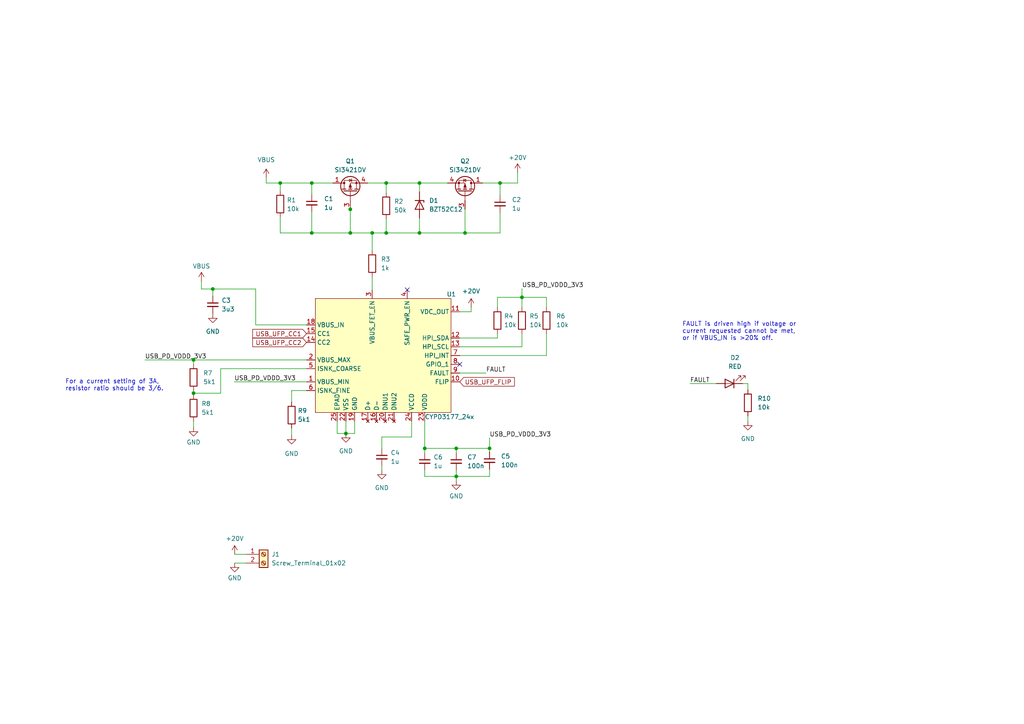
<source format=kicad_sch>
(kicad_sch (version 20230121) (generator eeschema)
  (paper "A4")
  (lib_symbols
    (symbol "Cake_USB:CYPD3177_24x"
      (property "Reference" "U" (at -24.13 15.24 0))
      (property "Value" "CYPD3177_24x" (at 22.86 20.32 0))
      (symbol "CYPD3177_24x_1_1"
        (rectangle (start -22.86 12.7) (end 16.51 -20.32) (fill (type background)))
        (pin input line (at -25.4 -11.43 0) (length 2.54) (name "VBUS_MIN") (number "1"))
        (pin bidirectional line (at 19.05 -11.43 180) (length 2.54) (name "FLIP") (number "10"))
        (pin power_out line (at 19.05 8.89 180) (length 2.54) (name "VDC_OUT") (number "11"))
        (pin bidirectional line (at 19.05 1.27 180) (length 2.54) (name "HPI_SDA") (number "12"))
        (pin input line (at 19.05 -1.27 180) (length 2.54) (name "HPI_SCL") (number "13"))
        (pin bidirectional line (at -25.4 0 0) (length 2.54) (name "CC2") (number "14"))
        (pin bidirectional line (at -25.4 2.54 0) (length 2.54) (name "CC1") (number "15"))
        (pin no_connect line (at -5.08 -22.86 90) (length 2.54) (name "D-") (number "16"))
        (pin no_connect line (at -7.62 -22.86 90) (length 2.54) (name "D+") (number "17"))
        (pin power_in line (at -25.4 5.08 0) (length 2.54) (name "VBUS_IN") (number "18"))
        (pin power_in line (at -11.43 -22.86 90) (length 2.54) (name "GND") (number "19"))
        (pin input line (at -25.4 -5.08 0) (length 2.54) (name "VBUS_MAX") (number "2"))
        (pin no_connect line (at -2.54 -22.86 90) (length 2.54) (name "DNU1") (number "20"))
        (pin no_connect line (at 0 -22.86 90) (length 2.54) (name "DNU2") (number "21"))
        (pin power_in line (at -13.97 -22.86 90) (length 2.54) (name "VSS") (number "22"))
        (pin power_out line (at 8.89 -22.86 90) (length 2.54) (name "VDDD") (number "23"))
        (pin power_out line (at 5.08 -22.86 90) (length 2.54) (name "VCCD") (number "24"))
        (pin power_in line (at -16.51 -22.86 90) (length 2.54) (name "EPAD") (number "25"))
        (pin output line (at -6.35 15.24 270) (length 2.54) (name "VBUS_FET_EN") (number "3"))
        (pin output line (at 3.81 15.24 270) (length 2.54) (name "SAFE_PWR_EN") (number "4"))
        (pin input line (at -25.4 -7.62 0) (length 2.54) (name "ISNK_COARSE") (number "5"))
        (pin input line (at -25.4 -13.97 0) (length 2.54) (name "ISNK_FINE") (number "6"))
        (pin input line (at 19.05 -3.81 180) (length 2.54) (name "HPI_INT") (number "7"))
        (pin bidirectional line (at 19.05 -6.35 180) (length 2.54) (name "GPIO_1") (number "8"))
        (pin output line (at 19.05 -8.89 180) (length 2.54) (name "FAULT") (number "9"))
      )
    )
    (symbol "Connector:Screw_Terminal_01x02" (pin_names (offset 1.016) hide)
      (property "Reference" "J" (at 0 2.54 0))
      (property "Value" "Screw_Terminal_01x02" (at 0 -5.08 0))
      (symbol "Screw_Terminal_01x02_1_1"
        (rectangle (start -1.27 1.27) (end 1.27 -3.81) (stroke (width 0.254)) (fill (type background)))
        (circle (center 0 -2.54) (radius 0.635) (stroke (width 0.1524)))
        (polyline (pts (xy -0.5334 -2.2098) (xy 0.3302 -3.048)) (stroke (width 0.1524)))
        (polyline (pts (xy -0.5334 0.3302) (xy 0.3302 -0.508)) (stroke (width 0.1524)))
        (polyline (pts (xy -0.3556 -2.032) (xy 0.508 -2.8702)) (stroke (width 0.1524)))
        (polyline (pts (xy -0.3556 0.508) (xy 0.508 -0.3302)) (stroke (width 0.1524)))
        (circle (center 0 0) (radius 0.635) (stroke (width 0.1524)))
        (pin passive line (at -5.08 0 0) (length 3.81) (name "Pin_1") (number "1"))
        (pin passive line (at -5.08 -2.54 0) (length 3.81) (name "Pin_2") (number "2"))
      )
    )
    (symbol "Device:C_Small" (pin_numbers hide) (pin_names (offset 0.254) hide)
      (property "Reference" "C" (at 0.254 1.778 0))
      (property "Value" "C_Small" (at 0.254 -2.032 0))
      (symbol "C_Small_0_1"
        (polyline (pts (xy -1.524 -0.508) (xy 1.524 -0.508)) (stroke (width 0.3302)))
        (polyline (pts (xy -1.524 0.508) (xy 1.524 0.508)) (stroke (width 0.3048)))
      )
      (symbol "C_Small_1_1"
        (pin passive line (at 0 2.54 270) (length 2.032) (name "~") (number "1"))
        (pin passive line (at 0 -2.54 90) (length 2.032) (name "~") (number "2"))
      )
    )
    (symbol "Device:D_Zener" (pin_numbers hide) (pin_names (offset 1.016) hide)
      (property "Reference" "D" (at 0 2.54 0))
      (property "Value" "D_Zener" (at 0 -2.54 0))
      (symbol "D_Zener_0_1"
        (polyline (pts (xy 1.27 0) (xy -1.27 0)))
        (polyline (pts (xy -1.27 -1.27) (xy -1.27 1.27) (xy -0.762 1.27)) (stroke (width 0.254)))
        (polyline (pts (xy 1.27 -1.27) (xy 1.27 1.27) (xy -1.27 0) (xy 1.27 -1.27)) (stroke (width 0.254)))
      )
      (symbol "D_Zener_1_1"
        (pin passive line (at -3.81 0 0) (length 2.54) (name "K") (number "1"))
        (pin passive line (at 3.81 0 180) (length 2.54) (name "A") (number "2"))
      )
    )
    (symbol "Device:LED" (pin_numbers hide) (pin_names (offset 1.016) hide)
      (property "Reference" "D" (at 0 2.54 0))
      (property "Value" "LED" (at 0 -2.54 0))
      (symbol "LED_0_1"
        (polyline (pts (xy -1.27 -1.27) (xy -1.27 1.27)) (stroke (width 0.254)))
        (polyline (pts (xy -1.27 0) (xy 1.27 0)))
        (polyline (pts (xy 1.27 -1.27) (xy 1.27 1.27) (xy -1.27 0) (xy 1.27 -1.27)) (stroke (width 0.254)))
        (polyline (pts (xy -3.048 -0.762) (xy -4.572 -2.286) (xy -3.81 -2.286) (xy -4.572 -2.286) (xy -4.572 -1.524)))
        (polyline (pts (xy -1.778 -0.762) (xy -3.302 -2.286) (xy -2.54 -2.286) (xy -3.302 -2.286) (xy -3.302 -1.524)))
      )
      (symbol "LED_1_1"
        (pin passive line (at -3.81 0 0) (length 2.54) (name "K") (number "1"))
        (pin passive line (at 3.81 0 180) (length 2.54) (name "A") (number "2"))
      )
    )
    (symbol "Device:R" (pin_numbers hide) (pin_names (offset 0))
      (property "Reference" "R" (at 2.032 0 90))
      (property "Value" "R" (at 0 0 90))
      (symbol "R_0_1"
        (rectangle (start -1.016 -2.54) (end 1.016 2.54) (stroke (width 0.254)))
      )
      (symbol "R_1_1"
        (pin passive line (at 0 3.81 270) (length 1.27) (name "~") (number "1"))
        (pin passive line (at 0 -3.81 90) (length 1.27) (name "~") (number "2"))
      )
    )
    (symbol "USBHUBSymbols:+20V" (power) (pin_names (offset 0))
      (property "Value" "+20V" (at 0 3.556 0))
      (symbol "+20V_0_1"
        (polyline (pts (xy -0.762 1.27) (xy 0 2.54)))
        (polyline (pts (xy 0 0) (xy 0 2.54)))
        (polyline (pts (xy 0 2.54) (xy 0.762 1.27)))
      )
      (symbol "+20V_1_1"
        (pin power_in line (at 0 0 90) (length 0) hide (name "+20V") (number "1"))
      )
    )
    (symbol "catSink:SI3421DV" (pin_names (offset 0) hide)
      (property "Reference" "Q" (at 2.54 7.62 0))
      (property "Value" "SI3421DV" (at 1.27 2.54 0))
      (symbol "SI3421DV_0_1"
        (circle (center -1.778 0) (radius 0.254) (fill (type outline)))
        (circle (center 0 -0.889) (radius 2.794) (stroke (width 0.254)))
        (polyline (pts (xy -2.54 0) (xy -1.778 0)))
        (polyline (pts (xy -2.286 -1.778) (xy -1.27 -1.778)) (stroke (width 0.254)))
        (polyline (pts (xy -1.905 -2.286) (xy 1.905 -2.286)) (stroke (width 0.254)))
        (polyline (pts (xy -0.508 -1.778) (xy 0.508 -1.778)) (stroke (width 0.254)))
        (polyline (pts (xy 0 -2.286) (xy 0 -5.08)))
        (polyline (pts (xy 1.27 -1.778) (xy 2.286 -1.778)) (stroke (width 0.254)))
        (polyline (pts (xy 2.54 0) (xy 0 0) (xy 0 -1.778)))
        (polyline (pts (xy -1.778 -1.778) (xy -1.778 0.762) (xy 1.778 0.762) (xy 1.778 -1.778)))
        (polyline (pts (xy 0 -0.254) (xy -0.381 -1.27) (xy 0.381 -1.27) (xy 0 -0.254)) (fill (type outline)))
        (polyline (pts (xy 0.381 0.762) (xy -0.254 0.381) (xy -0.254 1.143) (xy 0.381 0.762)))
        (polyline (pts (xy 0.508 0.254) (xy 0.381 0.381) (xy 0.381 1.143) (xy 0.254 1.27)))
        (circle (center 1.778 0) (radius 0.254) (fill (type outline)))
      )
      (symbol "SI3421DV_1_1"
        (pin passive line (at -5.08 0 0) (length 2.54) (name "D") (number "1"))
        (pin passive line (at -5.08 0 0) (length 2.54) hide (name "D1") (number "2"))
        (pin input line (at 0 -7.62 90) (length 2.54) (name "G") (number "3"))
        (pin passive line (at 5.08 0 180) (length 2.54) (name "S") (number "4"))
        (pin passive line (at -5.08 0 0) (length 2.54) hide (name "D2") (number "5"))
        (pin passive line (at -5.08 0 0) (length 2.54) hide (name "D3") (number "6"))
      )
    )
    (symbol "power:GND" (power) (pin_names (offset 0))
      (property "Value" "GND" (at 0 -3.81 0))
      (symbol "GND_0_1"
        (polyline (pts (xy 0 0) (xy 0 -1.27) (xy 1.27 -1.27) (xy 0 -2.54) (xy -1.27 -1.27) (xy 0 -1.27)))
      )
      (symbol "GND_1_1"
        (pin power_in line (at 0 0 270) (length 0) hide (name "GND") (number "1"))
      )
    )
    (symbol "power:VBUS" (power) (pin_names (offset 0))
      (property "Value" "VBUS" (at 0 3.81 0))
      (symbol "VBUS_0_1"
        (polyline (pts (xy -0.762 1.27) (xy 0 2.54)))
        (polyline (pts (xy 0 0) (xy 0 2.54)))
        (polyline (pts (xy 0 2.54) (xy 0.762 1.27)))
      )
      (symbol "VBUS_1_1"
        (pin power_in line (at 0 0 90) (length 0) hide (name "VBUS") (number "1"))
      )
    )
  )
  (junction (at 61.722 83.82))
  (junction (at 107.95 67.564))
  (junction (at 90.424 67.564))
  (junction (at 112.014 53.086))
  (junction (at 81.28 53.086))
  (junction (at 151.384 86.233))
  (junction (at 56.134 104.394))
  (junction (at 132.334 138.176))
  (junction (at 141.986 130.048))
  (junction (at 123.19 130.048))
  (junction (at 145.034 53.086))
  (junction (at 121.666 53.086))
  (junction (at 132.334 130.048))
  (junction (at 134.874 67.564))
  (junction (at 101.6 67.564))
  (junction (at 100.33 125.73))
  (junction (at 121.666 67.564))
  (junction (at 90.424 53.086))
  (junction (at 101.6 60.706))
  (junction (at 56.134 114.046))
  (junction (at 112.014 67.564))
  (no_connect (at 133.35 105.664))
  (no_connect (at 118.11 84.074))
  (wire (pts (xy 133.35 98.044) (xy 144.272 98.044)))
  (wire (pts (xy 133.35 108.204) (xy 140.97 108.204)))
  (wire (pts (xy 110.744 126.746) (xy 110.744 130.048)))
  (wire (pts (xy 141.986 127) (xy 141.986 130.048)))
  (wire (pts (xy 101.6 67.691) (xy 101.6 67.564)))
  (wire (pts (xy 144.272 89.154) (xy 144.272 86.233)))
  (wire (pts (xy 90.424 53.086) (xy 96.52 53.086)))
  (wire (pts (xy 158.496 89.154) (xy 158.496 86.233)))
  (wire (pts (xy 97.79 122.174) (xy 97.79 125.73)))
  (wire (pts (xy 56.134 114.046) (xy 56.134 114.554)))
  (wire (pts (xy 121.666 53.086) (xy 121.666 55.626)))
  (wire (pts (xy 101.6 67.564) (xy 107.95 67.564)))
  (wire (pts (xy 134.874 60.706) (xy 134.874 67.564)))
  (wire (pts (xy 102.87 122.174) (xy 102.87 125.73)))
  (wire (pts (xy 139.954 53.086) (xy 145.034 53.086)))
  (wire (pts (xy 56.134 122.174) (xy 56.134 123.952)))
  (wire (pts (xy 67.945 110.744) (xy 88.9 110.744)))
  (wire (pts (xy 81.28 53.086) (xy 90.424 53.086)))
  (wire (pts (xy 119.38 122.174) (xy 119.38 126.746)))
  (wire (pts (xy 84.582 113.284) (xy 84.582 116.586)))
  (wire (pts (xy 123.19 122.174) (xy 123.19 130.048)))
  (wire (pts (xy 112.014 53.086) (xy 121.666 53.086)))
  (wire (pts (xy 134.874 67.564) (xy 145.034 67.564)))
  (wire (pts (xy 102.87 125.73) (xy 100.33 125.73)))
  (wire (pts (xy 64.008 114.046) (xy 64.008 106.934)))
  (wire (pts (xy 56.134 104.394) (xy 56.134 105.664)))
  (wire (pts (xy 132.334 138.176) (xy 132.334 139.446)))
  (wire (pts (xy 90.424 67.564) (xy 101.6 67.564)))
  (wire (pts (xy 81.28 67.564) (xy 90.424 67.564)))
  (wire (pts (xy 74.168 94.234) (xy 88.9 94.234)))
  (wire (pts (xy 151.384 100.584) (xy 151.384 96.774)))
  (wire (pts (xy 68.072 160.782) (xy 71.374 160.782)))
  (wire (pts (xy 61.722 90.932) (xy 61.722 91.059)))
  (wire (pts (xy 84.582 124.206) (xy 84.582 126.238)))
  (wire (pts (xy 200.152 111.252) (xy 207.772 111.252)))
  (wire (pts (xy 100.33 122.174) (xy 100.33 125.73)))
  (wire (pts (xy 107.95 80.264) (xy 107.95 84.074)))
  (wire (pts (xy 132.334 136.398) (xy 132.334 138.176)))
  (wire (pts (xy 61.722 83.82) (xy 61.722 85.852)))
  (wire (pts (xy 145.034 53.086) (xy 150.114 53.086)))
  (wire (pts (xy 81.28 53.086) (xy 81.28 55.372)))
  (wire (pts (xy 42.037 104.394) (xy 56.134 104.394)))
  (wire (pts (xy 121.666 67.564) (xy 134.874 67.564)))
  (wire (pts (xy 58.42 83.82) (xy 58.42 81.534)))
  (wire (pts (xy 101.346 60.706) (xy 101.6 60.706)))
  (wire (pts (xy 56.134 114.046) (xy 64.008 114.046)))
  (wire (pts (xy 136.652 90.424) (xy 133.35 90.424)))
  (wire (pts (xy 88.9 113.284) (xy 84.582 113.284)))
  (wire (pts (xy 141.986 136.144) (xy 141.986 138.176)))
  (wire (pts (xy 64.008 106.934) (xy 88.9 106.934)))
  (wire (pts (xy 144.272 86.233) (xy 151.384 86.233)))
  (wire (pts (xy 74.168 83.82) (xy 74.168 94.234)))
  (wire (pts (xy 77.216 53.086) (xy 81.28 53.086)))
  (wire (pts (xy 123.19 130.048) (xy 132.334 130.048)))
  (wire (pts (xy 121.666 63.246) (xy 121.666 67.564)))
  (wire (pts (xy 61.722 83.82) (xy 74.168 83.82)))
  (wire (pts (xy 151.384 86.233) (xy 158.496 86.233)))
  (wire (pts (xy 56.134 104.394) (xy 88.9 104.394)))
  (wire (pts (xy 158.496 103.124) (xy 158.496 96.774)))
  (wire (pts (xy 133.35 100.584) (xy 151.384 100.584)))
  (wire (pts (xy 133.35 103.124) (xy 158.496 103.124)))
  (wire (pts (xy 150.114 50.038) (xy 150.114 53.086)))
  (wire (pts (xy 56.134 113.284) (xy 56.134 114.046)))
  (wire (pts (xy 90.424 61.468) (xy 90.424 67.564)))
  (wire (pts (xy 107.95 67.564) (xy 112.014 67.564)))
  (wire (pts (xy 132.334 130.048) (xy 132.334 131.318)))
  (wire (pts (xy 106.68 53.086) (xy 112.014 53.086)))
  (wire (pts (xy 123.19 136.398) (xy 123.19 138.176)))
  (wire (pts (xy 112.014 67.564) (xy 121.666 67.564)))
  (wire (pts (xy 136.652 89.154) (xy 136.652 90.424)))
  (wire (pts (xy 112.014 53.086) (xy 112.014 55.88)))
  (wire (pts (xy 112.014 67.564) (xy 112.014 63.5)))
  (wire (pts (xy 119.38 126.746) (xy 110.744 126.746)))
  (wire (pts (xy 77.216 51.562) (xy 77.216 53.086)))
  (wire (pts (xy 216.916 111.252) (xy 215.392 111.252)))
  (wire (pts (xy 141.986 130.048) (xy 141.986 131.064)))
  (wire (pts (xy 141.986 130.048) (xy 132.334 130.048)))
  (wire (pts (xy 132.334 138.176) (xy 141.986 138.176)))
  (wire (pts (xy 151.384 83.693) (xy 151.384 86.233)))
  (wire (pts (xy 58.42 83.82) (xy 61.722 83.82)))
  (wire (pts (xy 216.916 120.65) (xy 216.916 122.174)))
  (wire (pts (xy 101.6 60.706) (xy 101.6 67.564)))
  (wire (pts (xy 68.072 163.322) (xy 71.374 163.322)))
  (wire (pts (xy 145.034 53.086) (xy 145.034 56.642)))
  (wire (pts (xy 90.424 53.086) (xy 90.424 56.388)))
  (wire (pts (xy 145.034 61.722) (xy 145.034 67.564)))
  (wire (pts (xy 123.19 130.048) (xy 123.19 131.318)))
  (wire (pts (xy 216.916 111.252) (xy 216.916 113.03)))
  (wire (pts (xy 151.384 86.233) (xy 151.384 89.154)))
  (wire (pts (xy 144.272 98.044) (xy 144.272 96.774)))
  (wire (pts (xy 110.744 135.128) (xy 110.744 136.398)))
  (wire (pts (xy 100.33 125.73) (xy 97.79 125.73)))
  (wire (pts (xy 101.6 60.452) (xy 101.346 60.452)))
  (wire (pts (xy 121.666 53.086) (xy 129.794 53.086)))
  (wire (pts (xy 107.95 72.644) (xy 107.95 67.564)))
  (wire (pts (xy 101.6 60.452) (xy 101.6 60.706)))
  (wire (pts (xy 101.346 60.706) (xy 101.346 60.452)))
  (wire (pts (xy 81.28 62.992) (xy 81.28 67.564)))
  (wire (pts (xy 123.19 138.176) (xy 132.334 138.176)))
  (text "For a current setting of 3A, \nresistor ratio should be 3/6." (at 18.923 113.538 0) (effects (font (size 1.27 1.27)) (justify left bottom)))
  (text "FAULT is driven high if voltage or \ncurrent requested cannot be met,\nor if VBUS_IN is >20% off." (at 197.866 98.933 0) (effects (font (size 1.27 1.27)) (justify left bottom)))
  (label "USB_PD_VDDD_3V3" (at 42.037 104.394 0))
  (label "USB_PD_VDDD_3V3" (at 151.384 83.693 0))
  (label "FAULT" (at 200.152 111.252 0))
  (label "USB_PD_VDDD_3V3" (at 67.945 110.744 0))
  (label "USB_PD_VDDD_3V3" (at 141.986 127 0))
  (label "FAULT" (at 140.97 108.204 0))
  (global_label "USB_UFP_FLIP" (shape input) (at 133.35 110.744 0) (property "Intersheetrefs" "${INTERSHEET_REFS}" (effects hide)))
  (global_label "USB_UFP_CC1" (shape input) (at 88.9 96.774 180) (property "Intersheetrefs" "${INTERSHEET_REFS}" (effects hide)))
  (global_label "USB_UFP_CC2" (shape input) (at 88.9 99.314 180) (property "Intersheetrefs" "${INTERSHEET_REFS}" (effects hide)))
  (symbol (lib_id "USBHUBSymbols:+20V") (at 136.652 89.154 0) (unit 1)
    (property "Reference" "#PWR04" (effects hide))
    (property "Value" "+20V" (at 136.652 84.455 0))
  )
  (symbol (lib_id "power:VBUS") (at 58.42 81.534 0) (unit 1)
    (property "Reference" "#PWR03" (effects hide))
    (property "Value" "VBUS" (at 58.42 77.216 0))
  )
  (symbol (lib_id "catSink:SI3421DV") (at 134.874 53.086 0) (mirror y) (unit 1)
    (property "Reference" "Q2" (at 134.874 46.736 0))
    (property "Value" "SI3421DV" (at 134.874 49.276 0))
    (property "Footprint" "Package_TO_SOT_SMD:SOT-23-6" (effects hide))
    (property "Datasheet" "https://www.mouser.mx/datasheet/2/427/si3421dv-1764435.pdf" (effects hide))
    (property "manf#" "SI3421DV-T1-GE3" (effects hide))
  )
  (symbol (lib_id "Device:C_Small") (at 90.424 58.928 0) (unit 1)
    (property "Reference" "C1" (at 93.98 57.6643 0) (effects (justify left)))
    (property "Value" "1u" (at 93.98 60.2043 0) (effects (justify left)))
    (property "Footprint" "Capacitor_SMD:C_0603_1608Metric" (effects hide))
  )
  (symbol (lib_id "power:GND") (at 84.582 126.238 0) (unit 1)
    (property "Reference" "#PWR09" (effects hide))
    (property "Value" "GND" (at 84.582 131.572 0))
  )
  (symbol (lib_id "power:GND") (at 56.134 123.952 0) (unit 1)
    (property "Reference" "#PWR07" (effects hide))
    (property "Value" "GND" (at 56.134 128.27 0))
  )
  (symbol (lib_id "catSink:SI3421DV") (at 101.6 53.086 0) (unit 1)
    (property "Reference" "Q1" (at 101.6 46.736 0))
    (property "Value" "SI3421DV" (at 101.6 49.276 0))
    (property "Footprint" "Package_TO_SOT_SMD:SOT-23-6" (effects hide))
    (property "Datasheet" "https://www.mouser.mx/datasheet/2/427/si3421dv-1764435.pdf" (effects hide))
    (property "manf#" "SI3421DV-T1-GE3" (effects hide))
  )
  (symbol (lib_id "Device:R") (at 56.134 109.474 0) (unit 1)
    (property "Reference" "R7" (at 58.928 108.204 0) (effects (justify left)))
    (property "Value" "5k1" (at 58.928 110.744 0) (effects (justify left)))
    (property "Footprint" "Resistor_SMD:R_0603_1608Metric" (effects hide))
  )
  (symbol (lib_id "power:GND") (at 68.072 163.322 0) (unit 1)
    (property "Reference" "#PWR013" (effects hide))
    (property "Value" "GND" (at 68.072 167.64 0))
  )
  (symbol (lib_id "power:GND") (at 132.334 139.446 0) (unit 1)
    (property "Reference" "#PWR011" (effects hide))
    (property "Value" "GND" (at 132.334 143.891 0))
  )
  (symbol (lib_id "USBHUBSymbols:+20V") (at 68.072 160.782 0) (unit 1)
    (property "Reference" "#PWR012" (effects hide))
    (property "Value" "+20V" (at 68.072 156.21 0))
  )
  (symbol (lib_id "Device:R") (at 81.28 59.182 0) (unit 1)
    (property "Reference" "R1" (at 83.185 58.039 0) (effects (justify left)))
    (property "Value" "10k" (at 83.185 60.579 0) (effects (justify left)))
    (property "Footprint" "Resistor_SMD:R_0603_1608Metric" (effects hide))
  )
  (symbol (lib_id "Cake_USB:CYPD3177_24x") (at 114.3 99.314 0) (unit 1)
    (property "Reference" "U1" (at 129.54 85.344 0) (effects (justify left)))
    (property "Value" "CYPD3177_24x" (at 123.19 120.904 0) (effects (justify left)))
    (property "Footprint" "Cake_USB:CYPD3177_24LQx_QFN-24_EP_4x4_Pitch0.5mm" (effects hide))
    (property "Datasheet" "https://www.infineon.com/dgdl/Infineon-EZ-PD_BCR_Datasheet_USB_Type-C_Port_Controller_for_Power_Sinks-DataSheet-v03_00-EN.pdf?fileId=8ac78c8c7d0d8da4017d0ee7ce9d70ad" (effects hide))
  )
  (symbol (lib_id "Device:C_Small") (at 141.986 133.604 0) (unit 1)
    (property "Reference" "C5" (at 145.288 132.3403 0) (effects (justify left)))
    (property "Value" "100n" (at 145.288 134.8803 0) (effects (justify left)))
    (property "Footprint" "Capacitor_SMD:C_0603_1608Metric" (effects hide))
  )
  (symbol (lib_id "Device:R") (at 107.95 76.454 0) (unit 1)
    (property "Reference" "R3" (at 110.49 75.184 0) (effects (justify left)))
    (property "Value" "1k" (at 110.49 77.724 0) (effects (justify left)))
    (property "Footprint" "Resistor_SMD:R_0603_1608Metric" (effects hide))
  )
  (symbol (lib_id "Device:R") (at 216.916 116.84 0) (unit 1)
    (property "Reference" "R10" (at 219.71 115.57 0) (effects (justify left)))
    (property "Value" "10k" (at 219.71 118.11 0) (effects (justify left)))
    (property "Footprint" "Resistor_SMD:R_0603_1608Metric" (effects hide))
  )
  (symbol (lib_id "Device:R") (at 84.582 120.396 0) (unit 1)
    (property "Reference" "R9" (at 86.36 119.126 0) (effects (justify left)))
    (property "Value" "5k1" (at 86.36 121.666 0) (effects (justify left)))
    (property "Footprint" "Resistor_SMD:R_0603_1608Metric" (effects hide))
  )
  (symbol (lib_id "Device:C_Small") (at 61.722 88.392 0) (unit 1)
    (property "Reference" "C3" (at 64.262 87.1283 0) (effects (justify left)))
    (property "Value" "3u3" (at 64.262 89.6683 0) (effects (justify left)))
    (property "Footprint" "Capacitor_SMD:C_0603_1608Metric" (effects hide))
  )
  (symbol (lib_id "Device:C_Small") (at 110.744 132.588 0) (unit 1)
    (property "Reference" "C4" (at 113.284 131.3243 0) (effects (justify left)))
    (property "Value" "1u" (at 113.284 133.8643 0) (effects (justify left)))
    (property "Footprint" "Capacitor_SMD:C_0603_1608Metric" (effects hide))
  )
  (symbol (lib_id "Device:R") (at 112.014 59.69 0) (unit 1)
    (property "Reference" "R2" (at 114.3 58.42 0) (effects (justify left)))
    (property "Value" "50k" (at 114.3 60.96 0) (effects (justify left)))
    (property "Footprint" "Resistor_SMD:R_0603_1608Metric" (effects hide))
  )
  (symbol (lib_id "Connector:Screw_Terminal_01x02") (at 76.454 160.782 0) (unit 1)
    (property "Reference" "J1" (at 78.74 160.782 0) (effects (justify left)))
    (property "Value" "Screw_Terminal_01x02" (at 78.74 163.322 0) (effects (justify left)))
  )
  (symbol (lib_id "power:VBUS") (at 77.216 51.562 0) (unit 1)
    (property "Reference" "#PWR02" (effects hide))
    (property "Value" "VBUS" (at 77.216 46.355 0))
  )
  (symbol (lib_id "USBHUBSymbols:+20V") (at 150.114 50.038 0) (unit 1)
    (property "Reference" "#PWR01" (effects hide))
    (property "Value" "+20V" (at 150.114 45.72 0))
  )
  (symbol (lib_id "Device:C_Small") (at 145.034 59.182 0) (unit 1)
    (property "Reference" "C2" (at 148.463 57.9183 0) (effects (justify left)))
    (property "Value" "1u" (at 148.463 60.4583 0) (effects (justify left)))
    (property "Footprint" "Capacitor_SMD:C_0603_1608Metric" (effects hide))
  )
  (symbol (lib_id "Device:C_Small") (at 123.19 133.858 0) (unit 1)
    (property "Reference" "C6" (at 125.73 132.5943 0) (effects (justify left)))
    (property "Value" "1u" (at 125.73 135.1343 0) (effects (justify left)))
    (property "Footprint" "Capacitor_SMD:C_0603_1608Metric" (effects hide))
  )
  (symbol (lib_id "Device:R") (at 151.384 92.964 0) (unit 1)
    (property "Reference" "R5" (at 153.543 91.694 0) (effects (justify left)))
    (property "Value" "10k" (at 153.543 94.234 0) (effects (justify left)))
    (property "Footprint" "Resistor_SMD:R_0603_1608Metric" (effects hide))
  )
  (symbol (lib_id "power:GND") (at 100.33 125.73 0) (unit 1)
    (property "Reference" "#PWR08" (effects hide))
    (property "Value" "GND" (at 100.33 130.81 0))
  )
  (symbol (lib_id "Device:R") (at 158.496 92.964 0) (unit 1)
    (property "Reference" "R6" (at 161.29 91.694 0) (effects (justify left)))
    (property "Value" "10k" (at 161.29 94.234 0) (effects (justify left)))
    (property "Footprint" "Resistor_SMD:R_0603_1608Metric" (effects hide))
  )
  (symbol (lib_id "Device:LED") (at 211.582 111.252 180) (unit 1)
    (property "Reference" "D2" (at 213.1695 103.759 0))
    (property "Value" "RED" (at 213.1695 106.299 0))
  )
  (symbol (lib_id "power:GND") (at 216.916 122.174 0) (unit 1)
    (property "Reference" "#PWR06" (effects hide))
    (property "Value" "GND" (at 216.916 127.254 0))
  )
  (symbol (lib_id "Device:D_Zener") (at 121.666 59.436 270) (unit 1)
    (property "Reference" "D1" (at 124.46 58.166 90) (effects (justify left)))
    (property "Value" "BZT52C12" (at 124.46 60.706 90) (effects (justify left)))
  )
  (symbol (lib_id "power:GND") (at 61.722 91.059 0) (unit 1)
    (property "Reference" "#PWR05" (effects hide))
    (property "Value" "GND" (at 61.722 96.139 0))
  )
  (symbol (lib_id "Device:R") (at 56.134 118.364 0) (unit 1)
    (property "Reference" "R8" (at 58.42 117.094 0) (effects (justify left)))
    (property "Value" "5k1" (at 58.42 119.634 0) (effects (justify left)))
    (property "Footprint" "Resistor_SMD:R_0603_1608Metric" (effects hide))
  )
  (symbol (lib_id "Device:C_Small") (at 132.334 133.858 0) (unit 1)
    (property "Reference" "C7" (at 135.509 132.5943 0) (effects (justify left)))
    (property "Value" "100n" (at 135.509 135.1343 0) (effects (justify left)))
    (property "Footprint" "Capacitor_SMD:C_0603_1608Metric" (effects hide))
  )
  (symbol (lib_id "power:GND") (at 110.744 136.398 0) (unit 1)
    (property "Reference" "#PWR010" (effects hide))
    (property "Value" "GND" (at 110.744 141.478 0))
  )
  (symbol (lib_id "Device:R") (at 144.272 92.964 0) (unit 1)
    (property "Reference" "R4" (at 146.177 91.694 0) (effects (justify left)))
    (property "Value" "10k" (at 146.177 94.234 0) (effects (justify left)))
    (property "Footprint" "Resistor_SMD:R_0603_1608Metric" (effects hide))
  )
)
</source>
